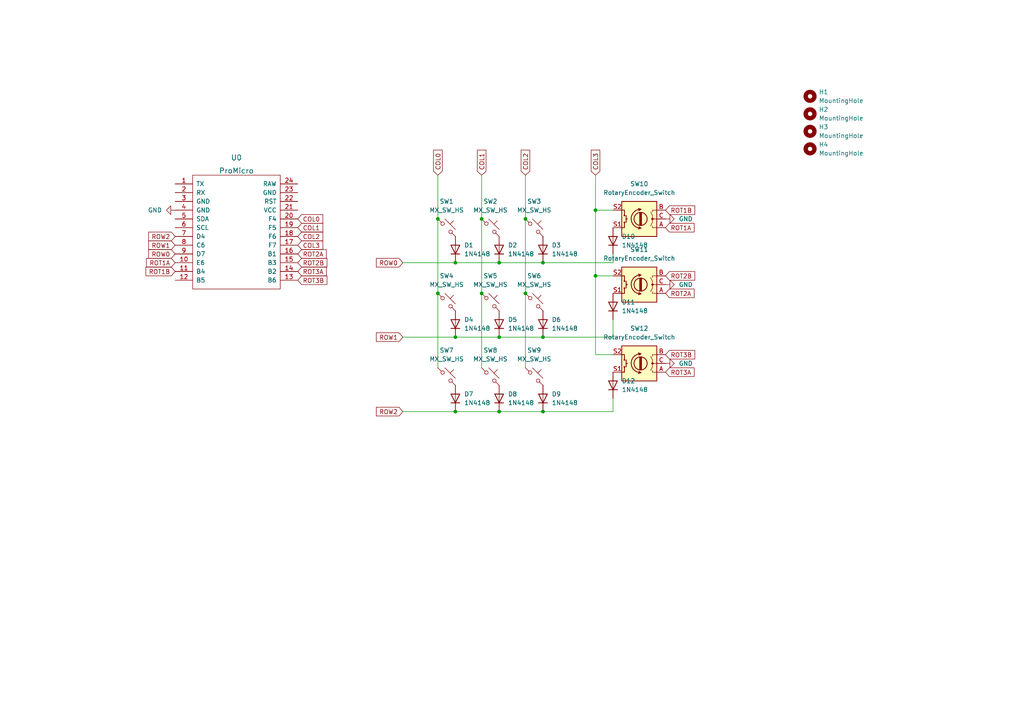
<source format=kicad_sch>
(kicad_sch (version 20211123) (generator eeschema)
  (paper "A4")
  (lib_symbols
    (symbol "Device:RotaryEncoder_Switch" (pin_names (offset 0.254) hide)
      (property "Reference" "SW" (at 0 6.604 0))
      (property "Value" "RotaryEncoder_Switch" (at 0 -6.604 0))
      (symbol "RotaryEncoder_Switch_0_1"
        (rectangle (start -5.08 5.08) (end 5.08 -5.08) (stroke (width 0.254)) (fill (type background)))
        (circle (center -3.81 0) (radius 0.254) (fill (type outline)))
        (arc (start -0.381 -2.794) (mid 2.3622 -0.0635) (end -0.381 2.667) (stroke (width 0.254)))
        (circle (center -0.381 0) (radius 1.905) (stroke (width 0.254)))
        (polyline (pts (xy -0.635 -1.778) (xy -0.635 1.778)) (stroke (width 0.254)))
        (polyline (pts (xy -0.381 -1.778) (xy -0.381 1.778)) (stroke (width 0.254)))
        (polyline (pts (xy -0.127 1.778) (xy -0.127 -1.778)) (stroke (width 0.254)))
        (polyline (pts (xy 3.81 0) (xy 3.429 0)) (stroke (width 0.254)))
        (polyline (pts (xy 3.81 1.016) (xy 3.81 -1.016)) (stroke (width 0.254)))
        (polyline (pts (xy -5.08 -2.54) (xy -3.81 -2.54) (xy -3.81 -2.032)))
        (polyline (pts (xy -5.08 2.54) (xy -3.81 2.54) (xy -3.81 2.032)))
        (polyline (pts (xy 0.254 -3.048) (xy -0.508 -2.794) (xy 0.127 -2.413)) (stroke (width 0.254)))
        (polyline (pts (xy 0.254 2.921) (xy -0.508 2.667) (xy 0.127 2.286)) (stroke (width 0.254)))
        (polyline (pts (xy 5.08 -2.54) (xy 4.318 -2.54) (xy 4.318 -1.016)) (stroke (width 0.254)))
        (polyline (pts (xy 5.08 2.54) (xy 4.318 2.54) (xy 4.318 1.016)) (stroke (width 0.254)))
        (polyline (pts (xy -5.08 0) (xy -3.81 0) (xy -3.81 -1.016) (xy -3.302 -2.032)))
        (polyline (pts (xy -4.318 0) (xy -3.81 0) (xy -3.81 1.016) (xy -3.302 2.032)))
        (circle (center 4.318 -1.016) (radius 0.127) (stroke (width 0.254)))
        (circle (center 4.318 1.016) (radius 0.127) (stroke (width 0.254)))
      )
      (symbol "RotaryEncoder_Switch_1_1"
        (pin passive line (at -7.62 2.54 0) (length 2.54) (name "A") (number "A"))
        (pin passive line (at -7.62 -2.54 0) (length 2.54) (name "B") (number "B"))
        (pin passive line (at -7.62 0 0) (length 2.54) (name "C") (number "C"))
        (pin passive line (at 7.62 2.54 180) (length 2.54) (name "S1") (number "S1"))
        (pin passive line (at 7.62 -2.54 180) (length 2.54) (name "S2") (number "S2"))
      )
    )
    (symbol "Diode:1N4148" (pin_numbers hide) (pin_names (offset 1.016) hide)
      (property "Reference" "D" (at 0 2.54 0))
      (property "Value" "1N4148" (at 0 -2.54 0))
      (symbol "1N4148_0_1"
        (polyline (pts (xy -1.27 1.27) (xy -1.27 -1.27)) (stroke (width 0.254)))
        (polyline (pts (xy 1.27 0) (xy -1.27 0)))
        (polyline (pts (xy 1.27 1.27) (xy 1.27 -1.27) (xy -1.27 0) (xy 1.27 1.27)) (stroke (width 0.254)))
      )
      (symbol "1N4148_1_1"
        (pin passive line (at -3.81 0 0) (length 2.54) (name "K") (number "1"))
        (pin passive line (at 3.81 0 180) (length 2.54) (name "A") (number "2"))
      )
    )
    (symbol "Mechanical:MountingHole" (pin_names (offset 1.016))
      (property "Reference" "H" (at 0 5.08 0))
      (property "Value" "MountingHole" (at 0 3.175 0))
      (symbol "MountingHole_0_1"
        (circle (center 0 0) (radius 1.27) (stroke (width 1.27)))
      )
    )
    (symbol "marbastlib-mx:MX_SW_HS" (pin_numbers hide) (pin_names (offset 1.016) hide)
      (property "Reference" "SW" (at 3.048 1.016 0))
      (property "Value" "MX_SW_HS" (at 0 -3.81 0))
      (symbol "MX_SW_HS_0_1"
        (circle (center -1.1684 1.1684) (radius 0.508))
        (polyline (pts (xy -0.508 2.54) (xy 2.54 -0.508)))
        (polyline (pts (xy 1.016 1.016) (xy 2.032 2.032)))
        (polyline (pts (xy -2.54 2.54) (xy -1.524 1.524) (xy -1.524 1.524)))
        (polyline (pts (xy 1.524 -1.524) (xy 2.54 -2.54) (xy 2.54 -2.54) (xy 2.54 -2.54)))
        (circle (center 1.143 -1.1938) (radius 0.508))
        (pin passive line (at -2.54 2.54 0) (length 0) (name "1") (number "1"))
        (pin passive line (at 2.54 -2.54 180) (length 0) (name "2") (number "2"))
      )
    )
    (symbol "power:GND" (power) (pin_names (offset 0))
      (property "Value" "GND" (at 0 -3.81 0))
      (symbol "GND_0_1"
        (polyline (pts (xy 0 0) (xy 0 -1.27) (xy 1.27 -1.27) (xy 0 -2.54) (xy -1.27 -1.27) (xy 0 -1.27)))
      )
      (symbol "GND_1_1"
        (pin power_in line (at 0 0 270) (length 0) hide (name "GND") (number "1"))
      )
    )
    (symbol "promicro:ProMicro" (pin_names (offset 1.016))
      (property "Reference" "U" (at 0 24.13 0))
      (property "Value" "ProMicro" (at 0 -13.97 0))
      (symbol "ProMicro_0_1"
        (rectangle (start -12.7 21.59) (end 12.7 -11.43))
      )
      (symbol "ProMicro_1_1"
        (pin bidirectional line (at -17.78 19.05 0) (length 5.08) (name "TX") (number "1"))
        (pin bidirectional line (at -17.78 -3.81 0) (length 5.08) (name "E6") (number "10"))
        (pin bidirectional line (at -17.78 -6.35 0) (length 5.08) (name "B4") (number "11"))
        (pin bidirectional line (at -17.78 -8.89 0) (length 5.08) (name "B5") (number "12"))
        (pin bidirectional line (at 17.78 -8.89 180) (length 5.08) (name "B6") (number "13"))
        (pin bidirectional line (at 17.78 -6.35 180) (length 5.08) (name "B2") (number "14"))
        (pin bidirectional line (at 17.78 -3.81 180) (length 5.08) (name "B3") (number "15"))
        (pin bidirectional line (at 17.78 -1.27 180) (length 5.08) (name "B1") (number "16"))
        (pin bidirectional line (at 17.78 1.27 180) (length 5.08) (name "F7") (number "17"))
        (pin bidirectional line (at 17.78 3.81 180) (length 5.08) (name "F6") (number "18"))
        (pin bidirectional line (at 17.78 6.35 180) (length 5.08) (name "F5") (number "19"))
        (pin bidirectional line (at -17.78 16.51 0) (length 5.08) (name "RX") (number "2"))
        (pin bidirectional line (at 17.78 8.89 180) (length 5.08) (name "F4") (number "20"))
        (pin power_in line (at 17.78 11.43 180) (length 5.08) (name "VCC") (number "21"))
        (pin input line (at 17.78 13.97 180) (length 5.08) (name "RST") (number "22"))
        (pin power_in line (at 17.78 16.51 180) (length 5.08) (name "GND") (number "23"))
        (pin power_out line (at 17.78 19.05 180) (length 5.08) (name "RAW") (number "24"))
        (pin power_in line (at -17.78 13.97 0) (length 5.08) (name "GND") (number "3"))
        (pin power_in line (at -17.78 11.43 0) (length 5.08) (name "GND") (number "4"))
        (pin bidirectional line (at -17.78 8.89 0) (length 5.08) (name "SDA") (number "5"))
        (pin bidirectional line (at -17.78 6.35 0) (length 5.08) (name "SCL") (number "6"))
        (pin bidirectional line (at -17.78 3.81 0) (length 5.08) (name "D4") (number "7"))
        (pin bidirectional line (at -17.78 1.27 0) (length 5.08) (name "C6") (number "8"))
        (pin bidirectional line (at -17.78 -1.27 0) (length 5.08) (name "D7") (number "9"))
      )
    )
  )
  (junction (at 132.08 76.2))
  (junction (at 157.48 97.79))
  (junction (at 152.4 63.5))
  (junction (at 144.78 97.79))
  (junction (at 144.78 119.38))
  (junction (at 127 85.09))
  (junction (at 132.08 119.38))
  (junction (at 127 63.5))
  (junction (at 144.78 76.2))
  (junction (at 157.48 76.2))
  (junction (at 139.7 85.09))
  (junction (at 132.08 97.79))
  (junction (at 152.4 85.09))
  (junction (at 157.48 119.38))
  (junction (at 172.72 60.96))
  (junction (at 172.72 80.01))
  (junction (at 139.7 63.5))
  (wire (pts (xy 152.4 50.8) (xy 152.4 63.5)))
  (wire (pts (xy 139.7 85.09) (xy 139.7 106.68)))
  (wire (pts (xy 144.78 119.38) (xy 157.48 119.38)))
  (wire (pts (xy 127 50.8) (xy 127 63.5)))
  (wire (pts (xy 172.72 102.87) (xy 177.8 102.87)))
  (wire (pts (xy 172.72 60.96) (xy 172.72 80.01)))
  (wire (pts (xy 127 63.5) (xy 127 85.09)))
  (wire (pts (xy 177.8 97.79) (xy 177.8 92.71)))
  (wire (pts (xy 172.72 80.01) (xy 177.8 80.01)))
  (wire (pts (xy 152.4 85.09) (xy 152.4 106.68)))
  (wire (pts (xy 144.78 97.79) (xy 157.48 97.79)))
  (wire (pts (xy 116.84 76.2) (xy 132.08 76.2)))
  (wire (pts (xy 152.4 63.5) (xy 152.4 85.09)))
  (wire (pts (xy 116.84 119.38) (xy 132.08 119.38)))
  (wire (pts (xy 132.08 119.38) (xy 144.78 119.38)))
  (wire (pts (xy 157.48 76.2) (xy 177.8 76.2)))
  (wire (pts (xy 144.78 76.2) (xy 157.48 76.2)))
  (wire (pts (xy 177.8 119.38) (xy 177.8 115.57)))
  (wire (pts (xy 177.8 76.2) (xy 177.8 73.66)))
  (wire (pts (xy 172.72 80.01) (xy 172.72 102.87)))
  (wire (pts (xy 139.7 50.8) (xy 139.7 63.5)))
  (wire (pts (xy 132.08 76.2) (xy 144.78 76.2)))
  (wire (pts (xy 157.48 119.38) (xy 177.8 119.38)))
  (wire (pts (xy 172.72 60.96) (xy 177.8 60.96)))
  (wire (pts (xy 127 85.09) (xy 127 106.68)))
  (wire (pts (xy 116.84 97.79) (xy 132.08 97.79)))
  (wire (pts (xy 139.7 63.5) (xy 139.7 85.09)))
  (wire (pts (xy 132.08 97.79) (xy 144.78 97.79)))
  (wire (pts (xy 172.72 50.8) (xy 172.72 60.96)))
  (wire (pts (xy 157.48 97.79) (xy 177.8 97.79)))
  (global_label "ROW0" (shape input) (at 50.8 73.66 180) (property "Intersheet References" "${INTERSHEET_REFS}" (effects hide)))
  (global_label "ROW1" (shape input) (at 116.84 97.79 180) (property "Intersheet References" "${INTERSHEET_REFS}" (effects hide)))
  (global_label "ROW0" (shape input) (at 116.84 76.2 180) (property "Intersheet References" "${INTERSHEET_REFS}" (effects hide)))
  (global_label "ROT1B" (shape input) (at 50.8 78.74 180) (property "Intersheet References" "${INTERSHEET_REFS}" (effects hide)))
  (global_label "COL0" (shape input) (at 86.36 63.5 0) (property "Intersheet References" "${INTERSHEET_REFS}" (effects hide)))
  (global_label "ROT3B" (shape input) (at 86.36 81.28 0) (property "Intersheet References" "${INTERSHEET_REFS}" (effects hide)))
  (global_label "ROT3B" (shape input) (at 193.04 102.87 0) (property "Intersheet References" "${INTERSHEET_REFS}" (effects hide)))
  (global_label "ROW1" (shape input) (at 50.8 71.12 180) (property "Intersheet References" "${INTERSHEET_REFS}" (effects hide)))
  (global_label "COL1" (shape input) (at 86.36 66.04 0) (property "Intersheet References" "${INTERSHEET_REFS}" (effects hide)))
  (global_label "COL0" (shape input) (at 127 50.8 90) (property "Intersheet References" "${INTERSHEET_REFS}" (effects hide)))
  (global_label "ROT1A" (shape input) (at 193.04 66.04 0) (property "Intersheet References" "${INTERSHEET_REFS}" (effects hide)))
  (global_label "COL3" (shape input) (at 86.36 71.12 0) (property "Intersheet References" "${INTERSHEET_REFS}" (effects hide)))
  (global_label "ROT2B" (shape input) (at 193.04 80.01 0) (property "Intersheet References" "${INTERSHEET_REFS}" (effects hide)))
  (global_label "ROT1A" (shape input) (at 50.8 76.2 180) (property "Intersheet References" "${INTERSHEET_REFS}" (effects hide)))
  (global_label "ROW2" (shape input) (at 50.8 68.58 180) (property "Intersheet References" "${INTERSHEET_REFS}" (effects hide)))
  (global_label "ROW2" (shape input) (at 116.84 119.38 180) (property "Intersheet References" "${INTERSHEET_REFS}" (effects hide)))
  (global_label "ROT3A" (shape input) (at 86.36 78.74 0) (property "Intersheet References" "${INTERSHEET_REFS}" (effects hide)))
  (global_label "COL3" (shape input) (at 172.72 50.8 90) (property "Intersheet References" "${INTERSHEET_REFS}" (effects hide)))
  (global_label "COL1" (shape input) (at 139.7 50.8 90) (property "Intersheet References" "${INTERSHEET_REFS}" (effects hide)))
  (global_label "COL2" (shape input) (at 86.36 68.58 0) (property "Intersheet References" "${INTERSHEET_REFS}" (effects hide)))
  (global_label "ROT2A" (shape input) (at 193.04 85.09 0) (property "Intersheet References" "${INTERSHEET_REFS}" (effects hide)))
  (global_label "ROT2A" (shape input) (at 86.36 73.66 0) (property "Intersheet References" "${INTERSHEET_REFS}" (effects hide)))
  (global_label "ROT1B" (shape input) (at 193.04 60.96 0) (property "Intersheet References" "${INTERSHEET_REFS}" (effects hide)))
  (global_label "ROT2B" (shape input) (at 86.36 76.2 0) (property "Intersheet References" "${INTERSHEET_REFS}" (effects hide)))
  (global_label "ROT3A" (shape input) (at 193.04 107.95 0) (property "Intersheet References" "${INTERSHEET_REFS}" (effects hide)))
  (global_label "COL2" (shape input) (at 152.4 50.8 90) (property "Intersheet References" "${INTERSHEET_REFS}" (effects hide)))
  (symbol (lib_id "Diode:1N4148") (at 157.48 115.57 90) (unit 1)
    (property "Reference" "D9" (at 160.02 114.2999 90) (effects (justify right)))
    (property "Value" "1N4148" (at 160.02 116.8399 90) (effects (justify right)))
    (property "Footprint" "Diode_THT:D_DO-35_SOD27_P7.62mm_Horizontal" (effects hide))
    (property "Datasheet" "https://assets.nexperia.com/documents/data-sheet/1N4148_1N4448.pdf" (effects hide))
  )
  (symbol (lib_id "Diode:1N4148") (at 157.48 93.98 90) (unit 1)
    (property "Reference" "D6" (at 160.02 92.7099 90) (effects (justify right)))
    (property "Value" "1N4148" (at 160.02 95.2499 90) (effects (justify right)))
    (property "Footprint" "Diode_THT:D_DO-35_SOD27_P7.62mm_Horizontal" (effects hide))
    (property "Datasheet" "https://assets.nexperia.com/documents/data-sheet/1N4148_1N4448.pdf" (effects hide))
  )
  (symbol (lib_id "Mechanical:MountingHole") (at 234.95 38.1 0) (unit 1)
    (property "Reference" "H3" (at 237.49 36.8299 0) (effects (justify left)))
    (property "Value" "MountingHole" (at 237.49 39.3699 0) (effects (justify left)))
    (property "Footprint" "MountingHole:MountingHole_2.2mm_M2_DIN965" (effects hide))
  )
  (symbol (lib_id "marbastlib-mx:MX_SW_HS") (at 154.94 109.22 0) (unit 1)
    (property "Reference" "SW9" (at 154.94 101.6 0))
    (property "Value" "MX_SW_HS" (at 154.94 104.14 0))
    (property "Footprint" "marbastlib-mx:SW_MX_HS_1u" (effects hide))
  )
  (symbol (lib_id "power:GND") (at 193.04 63.5 90) (unit 1)
    (property "Reference" "#PWR01" (effects hide))
    (property "Value" "GND" (at 196.85 63.5001 90) (effects (justify right)))
  )
  (symbol (lib_id "Diode:1N4148") (at 157.48 72.39 90) (unit 1)
    (property "Reference" "D3" (at 160.02 71.1199 90) (effects (justify right)))
    (property "Value" "1N4148" (at 160.02 73.6599 90) (effects (justify right)))
    (property "Footprint" "Diode_THT:D_DO-35_SOD27_P7.62mm_Horizontal" (effects hide))
    (property "Datasheet" "https://assets.nexperia.com/documents/data-sheet/1N4148_1N4448.pdf" (effects hide))
  )
  (symbol (lib_id "Mechanical:MountingHole") (at 234.95 43.18 0) (unit 1)
    (property "Reference" "H4" (at 237.49 41.9099 0) (effects (justify left)))
    (property "Value" "MountingHole" (at 237.49 44.4499 0) (effects (justify left)))
    (property "Footprint" "MountingHole:MountingHole_2.2mm_M2_DIN965" (effects hide))
  )
  (symbol (lib_id "marbastlib-mx:MX_SW_HS") (at 154.94 66.04 0) (unit 1)
    (property "Reference" "SW3" (at 154.94 58.42 0))
    (property "Value" "MX_SW_HS" (at 154.94 60.96 0))
    (property "Footprint" "marbastlib-mx:SW_MX_HS_1u" (effects hide))
  )
  (symbol (lib_id "power:GND") (at 50.8 60.96 270) (unit 1)
    (property "Reference" "#PWR0101" (effects hide))
    (property "Value" "GND" (at 46.99 60.9599 90) (effects (justify right)))
  )
  (symbol (lib_id "Device:RotaryEncoder_Switch") (at 185.42 82.55 180) (unit 1)
    (property "Reference" "SW11" (at 185.42 72.39 0))
    (property "Value" "RotaryEncoder_Switch" (at 185.42 74.93 0))
    (property "Footprint" "marbastlib-various:ROT_Alps_EC11E-Switch" (effects hide))
  )
  (symbol (lib_id "marbastlib-mx:MX_SW_HS") (at 142.24 109.22 0) (unit 1)
    (property "Reference" "SW8" (at 142.24 101.6 0))
    (property "Value" "MX_SW_HS" (at 142.24 104.14 0))
    (property "Footprint" "marbastlib-mx:SW_MX_HS_1u" (effects hide))
  )
  (symbol (lib_id "Device:RotaryEncoder_Switch") (at 185.42 105.41 180) (unit 1)
    (property "Reference" "SW12" (at 185.42 95.25 0))
    (property "Value" "RotaryEncoder_Switch" (at 185.42 97.79 0))
    (property "Footprint" "marbastlib-various:ROT_Alps_EC11E-Switch" (effects hide))
  )
  (symbol (lib_id "power:GND") (at 193.04 105.41 90) (unit 1)
    (property "Reference" "#PWR03" (effects hide))
    (property "Value" "GND" (at 196.85 105.4101 90) (effects (justify right)))
  )
  (symbol (lib_id "marbastlib-mx:MX_SW_HS") (at 129.54 87.63 0) (unit 1)
    (property "Reference" "SW4" (at 129.54 80.01 0))
    (property "Value" "MX_SW_HS" (at 129.54 82.55 0))
    (property "Footprint" "marbastlib-mx:SW_MX_HS_1u" (effects hide))
  )
  (symbol (lib_id "Diode:1N4148") (at 144.78 72.39 90) (unit 1)
    (property "Reference" "D2" (at 147.32 71.1199 90) (effects (justify right)))
    (property "Value" "1N4148" (at 147.32 73.6599 90) (effects (justify right)))
    (property "Footprint" "Diode_THT:D_DO-35_SOD27_P7.62mm_Horizontal" (effects hide))
    (property "Datasheet" "https://assets.nexperia.com/documents/data-sheet/1N4148_1N4448.pdf" (effects hide))
  )
  (symbol (lib_id "marbastlib-mx:MX_SW_HS") (at 154.94 87.63 0) (unit 1)
    (property "Reference" "SW6" (at 154.94 80.01 0))
    (property "Value" "MX_SW_HS" (at 154.94 82.55 0))
    (property "Footprint" "marbastlib-mx:SW_MX_HS_1u" (effects hide))
  )
  (symbol (lib_id "Mechanical:MountingHole") (at 234.95 27.94 0) (unit 1)
    (property "Reference" "H1" (at 237.49 26.6699 0) (effects (justify left)))
    (property "Value" "MountingHole" (at 237.49 29.2099 0) (effects (justify left)))
    (property "Footprint" "MountingHole:MountingHole_2.2mm_M2_DIN965" (effects hide))
  )
  (symbol (lib_id "Diode:1N4148") (at 144.78 93.98 90) (unit 1)
    (property "Reference" "D5" (at 147.32 92.7099 90) (effects (justify right)))
    (property "Value" "1N4148" (at 147.32 95.2499 90) (effects (justify right)))
    (property "Footprint" "Diode_THT:D_DO-35_SOD27_P7.62mm_Horizontal" (effects hide))
    (property "Datasheet" "https://assets.nexperia.com/documents/data-sheet/1N4148_1N4448.pdf" (effects hide))
  )
  (symbol (lib_id "Diode:1N4148") (at 177.8 111.76 90) (unit 1)
    (property "Reference" "D12" (at 180.34 110.4899 90) (effects (justify right)))
    (property "Value" "1N4148" (at 180.34 113.0299 90) (effects (justify right)))
    (property "Footprint" "Diode_THT:D_DO-35_SOD27_P7.62mm_Horizontal" (effects hide))
    (property "Datasheet" "https://assets.nexperia.com/documents/data-sheet/1N4148_1N4448.pdf" (effects hide))
  )
  (symbol (lib_id "Diode:1N4148") (at 177.8 88.9 90) (unit 1)
    (property "Reference" "D11" (at 180.34 87.6299 90) (effects (justify right)))
    (property "Value" "1N4148" (at 180.34 90.1699 90) (effects (justify right)))
    (property "Footprint" "Diode_THT:D_DO-35_SOD27_P7.62mm_Horizontal" (effects hide))
    (property "Datasheet" "https://assets.nexperia.com/documents/data-sheet/1N4148_1N4448.pdf" (effects hide))
  )
  (symbol (lib_id "Diode:1N4148") (at 132.08 115.57 90) (unit 1)
    (property "Reference" "D7" (at 134.62 114.2999 90) (effects (justify right)))
    (property "Value" "1N4148" (at 134.62 116.8399 90) (effects (justify right)))
    (property "Footprint" "Diode_THT:D_DO-35_SOD27_P7.62mm_Horizontal" (effects hide))
    (property "Datasheet" "https://assets.nexperia.com/documents/data-sheet/1N4148_1N4448.pdf" (effects hide))
  )
  (symbol (lib_id "Diode:1N4148") (at 132.08 93.98 90) (unit 1)
    (property "Reference" "D4" (at 134.62 92.7099 90) (effects (justify right)))
    (property "Value" "1N4148" (at 134.62 95.2499 90) (effects (justify right)))
    (property "Footprint" "Diode_THT:D_DO-35_SOD27_P7.62mm_Horizontal" (effects hide))
    (property "Datasheet" "https://assets.nexperia.com/documents/data-sheet/1N4148_1N4448.pdf" (effects hide))
  )
  (symbol (lib_id "marbastlib-mx:MX_SW_HS") (at 129.54 109.22 0) (unit 1)
    (property "Reference" "SW7" (at 129.54 101.6 0))
    (property "Value" "MX_SW_HS" (at 129.54 104.14 0))
    (property "Footprint" "marbastlib-mx:SW_MX_HS_1u" (effects hide))
  )
  (symbol (lib_id "power:GND") (at 193.04 82.55 90) (unit 1)
    (property "Reference" "#PWR02" (effects hide))
    (property "Value" "GND" (at 196.85 82.5501 90) (effects (justify right)))
  )
  (symbol (lib_id "marbastlib-mx:MX_SW_HS") (at 142.24 87.63 0) (unit 1)
    (property "Reference" "SW5" (at 142.24 80.01 0))
    (property "Value" "MX_SW_HS" (at 142.24 82.55 0))
    (property "Footprint" "marbastlib-mx:SW_MX_HS_1u" (effects hide))
  )
  (symbol (lib_id "marbastlib-mx:MX_SW_HS") (at 129.54 66.04 0) (unit 1)
    (property "Reference" "SW1" (at 129.54 58.42 0))
    (property "Value" "MX_SW_HS" (at 129.54 60.96 0))
    (property "Footprint" "marbastlib-mx:SW_MX_HS_1u" (effects hide))
  )
  (symbol (lib_id "Mechanical:MountingHole") (at 234.95 33.02 0) (unit 1)
    (property "Reference" "H2" (at 237.49 31.7499 0) (effects (justify left)))
    (property "Value" "MountingHole" (at 237.49 34.2899 0) (effects (justify left)))
    (property "Footprint" "MountingHole:MountingHole_2.2mm_M2_DIN965" (effects hide))
  )
  (symbol (lib_id "Device:RotaryEncoder_Switch") (at 185.42 63.5 180) (unit 1)
    (property "Reference" "SW10" (at 185.42 53.34 0))
    (property "Value" "RotaryEncoder_Switch" (at 185.42 55.88 0))
    (property "Footprint" "marbastlib-various:ROT_Alps_EC11E-Switch" (effects hide))
  )
  (symbol (lib_id "Diode:1N4148") (at 144.78 115.57 90) (unit 1)
    (property "Reference" "D8" (at 147.32 114.2999 90) (effects (justify right)))
    (property "Value" "1N4148" (at 147.32 116.8399 90) (effects (justify right)))
    (property "Footprint" "Diode_THT:D_DO-35_SOD27_P7.62mm_Horizontal" (effects hide))
    (property "Datasheet" "https://assets.nexperia.com/documents/data-sheet/1N4148_1N4448.pdf" (effects hide))
  )
  (symbol (lib_id "marbastlib-mx:MX_SW_HS") (at 142.24 66.04 0) (unit 1)
    (property "Reference" "SW2" (at 142.24 58.42 0))
    (property "Value" "MX_SW_HS" (at 142.24 60.96 0))
    (property "Footprint" "marbastlib-mx:SW_MX_HS_1u" (effects hide))
  )
  (symbol (lib_id "Diode:1N4148") (at 132.08 72.39 90) (unit 1)
    (property "Reference" "D1" (at 134.62 71.1199 90) (effects (justify right)))
    (property "Value" "1N4148" (at 134.62 73.6599 90) (effects (justify right)))
    (property "Footprint" "Diode_THT:D_DO-35_SOD27_P7.62mm_Horizontal" (effects hide))
    (property "Datasheet" "https://assets.nexperia.com/documents/data-sheet/1N4148_1N4448.pdf" (effects hide))
  )
  (symbol (lib_id "Diode:1N4148") (at 177.8 69.85 90) (unit 1)
    (property "Reference" "D10" (at 180.34 68.5799 90) (effects (justify right)))
    (property "Value" "1N4148" (at 180.34 71.1199 90) (effects (justify right)))
    (property "Footprint" "Diode_THT:D_DO-35_SOD27_P7.62mm_Horizontal" (effects hide))
    (property "Datasheet" "https://assets.nexperia.com/documents/data-sheet/1N4148_1N4448.pdf" (effects hide))
  )
  (symbol (lib_id "promicro:ProMicro") (at 68.58 72.39 0) (unit 1)
    (property "Reference" "U0" (at 68.58 45.72 0) (effects (font (size 1.524 1.524))))
    (property "Value" "ProMicro" (at 68.58 49.53 0) (effects (font (size 1.524 1.524))))
    (property "Footprint" "promicro:ProMicro" (effects hide))
  )
)
</source>
